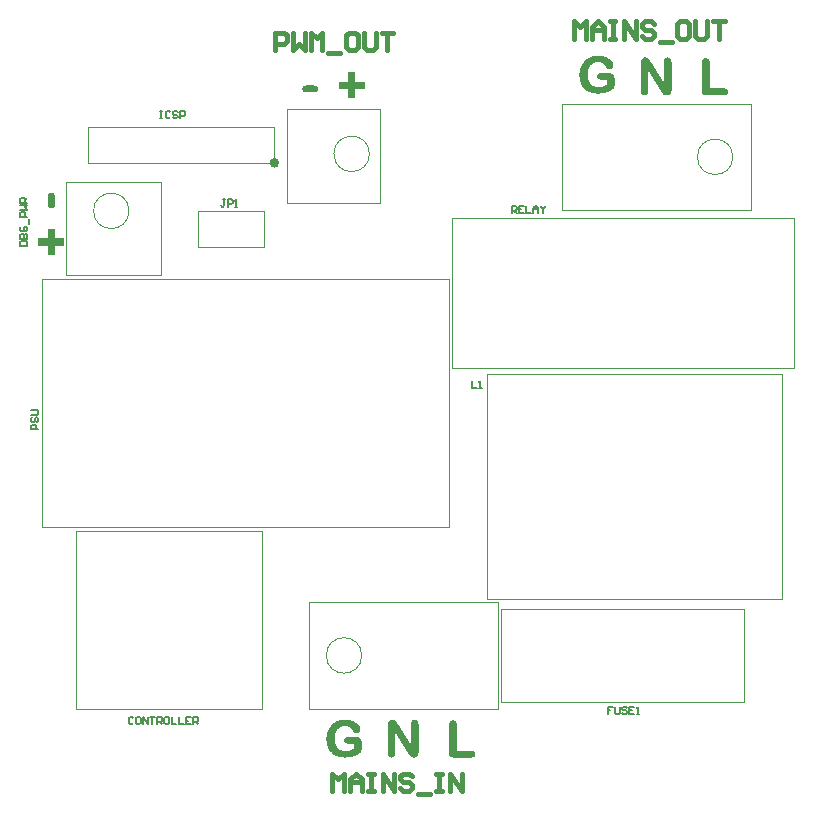
<source format=gbr>
%TF.GenerationSoftware,Altium Limited,Altium Designer,20.1.8 (145)*%
G04 Layer_Color=16777215*
%FSLAX45Y45*%
%MOMM*%
%TF.SameCoordinates,2A241EDF-A570-403E-9AC0-7F4DA974E4D7*%
%TF.FilePolarity,Positive*%
%TF.FileFunction,Legend,Top*%
%TF.Part,Single*%
G01*
G75*
%TA.AperFunction,NonConductor*%
%ADD38C,0.10160*%
%ADD39C,0.12700*%
%ADD59C,0.40000*%
G36*
X760672Y4950085D02*
X839809D01*
Y4888071D01*
X760672D01*
Y4808471D01*
X698196D01*
Y4888071D01*
X619059D01*
Y4950085D01*
X698196D01*
Y5029684D01*
X760672D01*
Y4950085D01*
D02*
G37*
G36*
X734525Y5335950D02*
X738690Y5335025D01*
X742392Y5333637D01*
X745169Y5331785D01*
X747483Y5330397D01*
X749334Y5329009D01*
X750259Y5328083D01*
X750722Y5327620D01*
X753499Y5323918D01*
X755350Y5319753D01*
X756738Y5315588D01*
X757664Y5311423D01*
X758127Y5307720D01*
X758590Y5304944D01*
Y5236914D01*
X758127Y5230898D01*
X757201Y5225344D01*
X756276Y5220716D01*
X754424Y5217014D01*
X753036Y5214237D01*
X752111Y5212386D01*
X751185Y5210998D01*
X750722Y5210535D01*
X747483Y5207758D01*
X743780Y5205444D01*
X740541Y5204056D01*
X737301Y5202668D01*
X734062Y5202205D01*
X731748Y5201742D01*
X730359D01*
X729897D01*
X725269Y5202205D01*
X721104Y5203130D01*
X717401Y5204519D01*
X714162Y5206370D01*
X711848Y5208221D01*
X709997Y5209609D01*
X709071Y5210535D01*
X708608Y5210998D01*
X705832Y5214700D01*
X703981Y5218865D01*
X702129Y5223030D01*
X701204Y5227195D01*
X700741Y5230898D01*
X700278Y5234137D01*
Y5302167D01*
X700741Y5308183D01*
X701667Y5313274D01*
X703055Y5317902D01*
X704443Y5321604D01*
X705832Y5324381D01*
X707220Y5326232D01*
X708146Y5327620D01*
X708608Y5328083D01*
X711848Y5330860D01*
X715550Y5332711D01*
X718790Y5334562D01*
X722492Y5335488D01*
X725269Y5335950D01*
X727583Y5336413D01*
X729434D01*
X729897D01*
X734525Y5335950D01*
D02*
G37*
G36*
X2959180Y6242748D02*
X2962882Y6242286D01*
X2967047Y6241360D01*
X2971212Y6239509D01*
X2975378Y6237658D01*
X2979080Y6234881D01*
X2979543Y6234418D01*
X2980468Y6233493D01*
X2981857Y6231642D01*
X2983708Y6229328D01*
X2985559Y6226088D01*
X2986947Y6222386D01*
X2987873Y6218221D01*
X2988336Y6213593D01*
Y6213130D01*
Y6211742D01*
X2987873Y6209428D01*
X2987410Y6206188D01*
X2986022Y6202949D01*
X2984633Y6199709D01*
X2982319Y6196007D01*
X2979543Y6192767D01*
X2979080Y6192305D01*
X2977692Y6191379D01*
X2975840Y6190453D01*
X2973064Y6189065D01*
X2969361Y6187214D01*
X2964733Y6186288D01*
X2959180Y6185363D01*
X2953164Y6184900D01*
X2885134D01*
X2882357Y6185363D01*
X2878655Y6185826D01*
X2874490Y6186751D01*
X2870325Y6188140D01*
X2866160Y6189991D01*
X2862457Y6192767D01*
X2861995Y6193230D01*
X2861069Y6194156D01*
X2859681Y6196007D01*
X2858292Y6198321D01*
X2856441Y6201098D01*
X2855053Y6204800D01*
X2854127Y6208965D01*
X2853664Y6213593D01*
Y6214056D01*
Y6215907D01*
X2854127Y6218221D01*
X2854590Y6220997D01*
X2855515Y6224700D01*
X2857367Y6227939D01*
X2859218Y6231642D01*
X2861995Y6234881D01*
X2862457Y6235344D01*
X2863846Y6236269D01*
X2865697Y6237658D01*
X2868474Y6239046D01*
X2872176Y6240435D01*
X2876804Y6241823D01*
X2881894Y6242748D01*
X2887911Y6243211D01*
X2955940D01*
X2959180Y6242748D01*
D02*
G37*
G36*
X3302007Y6275713D02*
X3381606D01*
Y6213237D01*
X3302007D01*
Y6134100D01*
X3239993D01*
Y6213237D01*
X3160394D01*
Y6275713D01*
X3239993D01*
Y6354850D01*
X3302007D01*
Y6275713D01*
D02*
G37*
G36*
X3226989Y874131D02*
X3230229D01*
X3238096Y873668D01*
X3246426Y872280D01*
X3255682Y870891D01*
X3265401Y868577D01*
X3274656Y865801D01*
X3275119D01*
X3275582Y865338D01*
X3276970Y864875D01*
X3278821Y864412D01*
X3283449Y862561D01*
X3289003Y860247D01*
X3295019Y857008D01*
X3301961Y853305D01*
X3308440Y849140D01*
X3314456Y844512D01*
X3315382Y844050D01*
X3317233Y842198D01*
X3320010Y839422D01*
X3323249Y836182D01*
X3326951Y832017D01*
X3330654Y827389D01*
X3334356Y822299D01*
X3337596Y816745D01*
X3338058Y816282D01*
X3338984Y814431D01*
X3339910Y811654D01*
X3341761Y807952D01*
X3343149Y804250D01*
X3344075Y799622D01*
X3345000Y795457D01*
X3345463Y790829D01*
Y790366D01*
Y788515D01*
X3345000Y786201D01*
X3344075Y782962D01*
X3343149Y779259D01*
X3341298Y775557D01*
X3338984Y771392D01*
X3335744Y767690D01*
X3335282Y767227D01*
X3333893Y766301D01*
X3332042Y764913D01*
X3329265Y763062D01*
X3325563Y761211D01*
X3321861Y759822D01*
X3317233Y758897D01*
X3312142Y758434D01*
X3309365D01*
X3307514Y758897D01*
X3302424Y759822D01*
X3297333Y762136D01*
X3296870D01*
X3296407Y763062D01*
X3293168Y764913D01*
X3289466Y768152D01*
X3285763Y772317D01*
X3285301Y773243D01*
X3283912Y775094D01*
X3282061Y778334D01*
X3279284Y782036D01*
X3273268Y790829D01*
X3270029Y794531D01*
X3266789Y798234D01*
X3266326Y798696D01*
X3265401Y799622D01*
X3264012Y801473D01*
X3261698Y803324D01*
X3258922Y805638D01*
X3255219Y808415D01*
X3251517Y810729D01*
X3246889Y813043D01*
X3246426Y813506D01*
X3244575Y813968D01*
X3241798Y814894D01*
X3238096Y816282D01*
X3233468Y817208D01*
X3228378Y818133D01*
X3221899Y818596D01*
X3214957Y819059D01*
X3211717D01*
X3207552Y818596D01*
X3202924Y818133D01*
X3197371Y817208D01*
X3191355Y816282D01*
X3184876Y814431D01*
X3178859Y812117D01*
X3178396Y811654D01*
X3176083Y810729D01*
X3173306Y809341D01*
X3169604Y807027D01*
X3165438Y804250D01*
X3160811Y800548D01*
X3156183Y796382D01*
X3151555Y791755D01*
X3151092Y791292D01*
X3149704Y789441D01*
X3147852Y786664D01*
X3145076Y782962D01*
X3142299Y777871D01*
X3139522Y772317D01*
X3136746Y765838D01*
X3134432Y758897D01*
X3133969Y757971D01*
X3133506Y755657D01*
X3132580Y751492D01*
X3131655Y746401D01*
X3130267Y739922D01*
X3129341Y732518D01*
X3128878Y724188D01*
X3128415Y715395D01*
Y714932D01*
Y713081D01*
Y710304D01*
X3128878Y706602D01*
X3129341Y702436D01*
X3129804Y697346D01*
X3130267Y691792D01*
X3131192Y685776D01*
X3133969Y672818D01*
X3138134Y659860D01*
X3140911Y653381D01*
X3144150Y646902D01*
X3147390Y641348D01*
X3151555Y635795D01*
X3152018Y635332D01*
X3152480Y634869D01*
X3153869Y633481D01*
X3155720Y631630D01*
X3158034Y629779D01*
X3161273Y627465D01*
X3164513Y624688D01*
X3168215Y622374D01*
X3172843Y620060D01*
X3177471Y617284D01*
X3183024Y614970D01*
X3188578Y613118D01*
X3195057Y611267D01*
X3201536Y610342D01*
X3208940Y609416D01*
X3216345Y608953D01*
X3220047D01*
X3223750Y609416D01*
X3228840D01*
X3234857Y610342D01*
X3241336Y611267D01*
X3248277Y612193D01*
X3255219Y614044D01*
X3256145Y614507D01*
X3258459Y614970D01*
X3261698Y616358D01*
X3266326Y617746D01*
X3271880Y620060D01*
X3277896Y622374D01*
X3290391Y628390D01*
Y670967D01*
X3243650D01*
X3240410Y671430D01*
X3236245Y671892D01*
X3231617Y672355D01*
X3226989Y673744D01*
X3222361Y675132D01*
X3218196Y676983D01*
X3217733Y677446D01*
X3216808Y678372D01*
X3214957Y679760D01*
X3213106Y682074D01*
X3211254Y684851D01*
X3209403Y688553D01*
X3208478Y692718D01*
X3208015Y697809D01*
Y698271D01*
Y699660D01*
X3208478Y701974D01*
X3208940Y704750D01*
X3209866Y707990D01*
X3211717Y711229D01*
X3213568Y714469D01*
X3216345Y717708D01*
X3216808Y718171D01*
X3217733Y719097D01*
X3220047Y720022D01*
X3222361Y721874D01*
X3226064Y723262D01*
X3229766Y724188D01*
X3234394Y725113D01*
X3239485Y725576D01*
X3313531D01*
X3316770Y725113D01*
X3320472D01*
X3324175Y724650D01*
X3332042Y722799D01*
X3332505D01*
X3333893Y722336D01*
X3335744Y721411D01*
X3338058Y720485D01*
X3340372Y718634D01*
X3343612Y716783D01*
X3345926Y714006D01*
X3348702Y710767D01*
X3349165Y710304D01*
X3349628Y708916D01*
X3350554Y707064D01*
X3351942Y704288D01*
X3353330Y700585D01*
X3354256Y695957D01*
X3354719Y690867D01*
X3355182Y684851D01*
Y627002D01*
Y626539D01*
Y625151D01*
Y622837D01*
X3354719Y620060D01*
X3354256Y613581D01*
X3352405Y607102D01*
Y606639D01*
X3351942Y605714D01*
X3351016Y604325D01*
X3350091Y602474D01*
X3347314Y598309D01*
X3343149Y593219D01*
X3342686Y592756D01*
X3342223Y592293D01*
X3340372Y590905D01*
X3338521Y589516D01*
X3336207Y587665D01*
X3333430Y585814D01*
X3326489Y581649D01*
X3326026D01*
X3325100Y581186D01*
X3323712Y580260D01*
X3321861Y579335D01*
X3319084Y577947D01*
X3316307Y576558D01*
X3309365Y573319D01*
X3301035Y569616D01*
X3291780Y566377D01*
X3282061Y562675D01*
X3272342Y559898D01*
X3271880D01*
X3270954Y559435D01*
X3269566D01*
X3267715Y558972D01*
X3265401Y558509D01*
X3262624Y557584D01*
X3255682Y556658D01*
X3247352Y555270D01*
X3237633Y553882D01*
X3226989Y553419D01*
X3215882Y552956D01*
X3209866D01*
X3206627Y553419D01*
X3202924D01*
X3198759Y553882D01*
X3194594Y554344D01*
X3184413Y555733D01*
X3173306Y557584D01*
X3161736Y559898D01*
X3150629Y563600D01*
X3150166D01*
X3149241Y564063D01*
X3147852Y564988D01*
X3145539Y565451D01*
X3143225Y566840D01*
X3140448Y568228D01*
X3133506Y571930D01*
X3125639Y576095D01*
X3117308Y581649D01*
X3108978Y588128D01*
X3100648Y595532D01*
Y595995D01*
X3099723Y596458D01*
X3097409Y599235D01*
X3093706Y603863D01*
X3089078Y609879D01*
X3083525Y617284D01*
X3078434Y626076D01*
X3073344Y636258D01*
X3068716Y646902D01*
Y647365D01*
X3068253Y648290D01*
X3067790Y650141D01*
X3066865Y651993D01*
X3065939Y655232D01*
X3065013Y658472D01*
X3064088Y662174D01*
X3063162Y666339D01*
X3061311Y676520D01*
X3059460Y687627D01*
X3058072Y700123D01*
X3057609Y713543D01*
Y714006D01*
Y715395D01*
Y717246D01*
Y719560D01*
X3058072Y722799D01*
Y726501D01*
X3058534Y730667D01*
X3058997Y735294D01*
X3060386Y745476D01*
X3062237Y756583D01*
X3064551Y768152D01*
X3068253Y779722D01*
Y780185D01*
X3068716Y781110D01*
X3069179Y782499D01*
X3070104Y784813D01*
X3071492Y787127D01*
X3072881Y790366D01*
X3076120Y797308D01*
X3080748Y805175D01*
X3085839Y813968D01*
X3092318Y822299D01*
X3099723Y830629D01*
X3100185Y831092D01*
X3100648Y831554D01*
X3103425Y834331D01*
X3108053Y838033D01*
X3114069Y842661D01*
X3121474Y847752D01*
X3130267Y853305D01*
X3140448Y858396D01*
X3151092Y863024D01*
X3151555D01*
X3152480Y863487D01*
X3154332Y863950D01*
X3156183Y864875D01*
X3159422Y865801D01*
X3162662Y866726D01*
X3166364Y867652D01*
X3170992Y869040D01*
X3180710Y870891D01*
X3192280Y872742D01*
X3205238Y874131D01*
X3219122Y874594D01*
X3224213D01*
X3226989Y874131D01*
D02*
G37*
G36*
X3809366D02*
X3813068Y873205D01*
X3816770Y872280D01*
X3820935Y870429D01*
X3824638Y867652D01*
X3828340Y864412D01*
X3828803Y863950D01*
X3829728Y862561D01*
X3831117Y860247D01*
X3832968Y857008D01*
X3834819Y852843D01*
X3836207Y847752D01*
X3837133Y842198D01*
X3837596Y835257D01*
Y596921D01*
Y596458D01*
Y595070D01*
X3837133Y592756D01*
Y589979D01*
X3836670Y586739D01*
X3835744Y583037D01*
X3832968Y575170D01*
X3830654Y571005D01*
X3828340Y566840D01*
X3825100Y563137D01*
X3821398Y559898D01*
X3817233Y557121D01*
X3812142Y554807D01*
X3806126Y553419D01*
X3799647Y552956D01*
X3796407D01*
X3794094Y553419D01*
X3788540Y554344D01*
X3782987Y555733D01*
X3782524D01*
X3781598Y556195D01*
X3780673Y556658D01*
X3778821Y557584D01*
X3774194Y559898D01*
X3769566Y563600D01*
X3769103Y564063D01*
X3768640Y564526D01*
X3765863Y567302D01*
X3762161Y571005D01*
X3758459Y575633D01*
Y576095D01*
X3757533Y576558D01*
X3757070Y577947D01*
X3755682Y579798D01*
X3752443Y584426D01*
X3748740Y589979D01*
X3641373Y765838D01*
Y592293D01*
Y591367D01*
Y589053D01*
X3640911Y585814D01*
X3639985Y581649D01*
X3639060Y577021D01*
X3637208Y571930D01*
X3634894Y567302D01*
X3631655Y563137D01*
X3631192Y562675D01*
X3629804Y561749D01*
X3627953Y559898D01*
X3625176Y558047D01*
X3621936Y556195D01*
X3617771Y554344D01*
X3613143Y553419D01*
X3608053Y552956D01*
X3605739D01*
X3602962Y553419D01*
X3599260Y554344D01*
X3595557Y555270D01*
X3591392Y557121D01*
X3587690Y559898D01*
X3583988Y563137D01*
X3583525Y563600D01*
X3582599Y564988D01*
X3581211Y567302D01*
X3579823Y570542D01*
X3577972Y574707D01*
X3576583Y579335D01*
X3575658Y585351D01*
X3575195Y591830D01*
Y825538D01*
Y826464D01*
Y828315D01*
Y831092D01*
X3575658Y834331D01*
X3576583Y842198D01*
X3577509Y846364D01*
X3578434Y849603D01*
X3578897Y850066D01*
X3579360Y851454D01*
X3580285Y853768D01*
X3582137Y856082D01*
X3583988Y859322D01*
X3586764Y862098D01*
X3589541Y864875D01*
X3593244Y867652D01*
X3593706Y868115D01*
X3595095Y868577D01*
X3596946Y869966D01*
X3599723Y871354D01*
X3602962Y872280D01*
X3606664Y873668D01*
X3610829Y874131D01*
X3614995Y874594D01*
X3618234D01*
X3620548Y874131D01*
X3625639Y873205D01*
X3630729Y871354D01*
X3631192D01*
X3632118Y870891D01*
X3634894Y869040D01*
X3638597Y866263D01*
X3642762Y863024D01*
X3643225D01*
X3643687Y862098D01*
X3646001Y859784D01*
X3649241Y855619D01*
X3652480Y850529D01*
Y850066D01*
X3653406Y849140D01*
X3654332Y847752D01*
X3655720Y845901D01*
X3658959Y840810D01*
X3662662Y834794D01*
X3772342Y659397D01*
Y835257D01*
Y836182D01*
Y838496D01*
X3772805Y841736D01*
X3773268Y845901D01*
X3774194Y850529D01*
X3776045Y855619D01*
X3777896Y860247D01*
X3780673Y864412D01*
X3781135Y864875D01*
X3782524Y865801D01*
X3784375Y867652D01*
X3787152Y869503D01*
X3790391Y871354D01*
X3794556Y873205D01*
X3799184Y874131D01*
X3804275Y874594D01*
X3806589D01*
X3809366Y874131D01*
D02*
G37*
G36*
X4133737Y869040D02*
X4137440Y868115D01*
X4141142Y866726D01*
X4145770Y864875D01*
X4149935Y862561D01*
X4153637Y858859D01*
X4154100Y858396D01*
X4155026Y857008D01*
X4156877Y854231D01*
X4158728Y850991D01*
X4160579Y846826D01*
X4162430Y841273D01*
X4163356Y835257D01*
X4163819Y827852D01*
Y611730D01*
X4285995D01*
X4289234Y611267D01*
X4292937Y610804D01*
X4297102Y609416D01*
X4301730Y608028D01*
X4305895Y605714D01*
X4309597Y602937D01*
X4310060Y602474D01*
X4310985Y601549D01*
X4312374Y599698D01*
X4314225Y597384D01*
X4316076Y594144D01*
X4317464Y590442D01*
X4318390Y586739D01*
X4318853Y582112D01*
Y581649D01*
Y579798D01*
X4318390Y577484D01*
X4317927Y574707D01*
X4316539Y571005D01*
X4315150Y567765D01*
X4312836Y564063D01*
X4309597Y560823D01*
X4309134Y560361D01*
X4307746Y559435D01*
X4305895Y558509D01*
X4302655Y557121D01*
X4298953Y555270D01*
X4294788Y554344D01*
X4289234Y553419D01*
X4283218Y552956D01*
X4131424D01*
X4127721Y553419D01*
X4123093Y554344D01*
X4118003Y555270D01*
X4112912Y557121D01*
X4107821Y559435D01*
X4103656Y562675D01*
X4103193Y563137D01*
X4102268Y564526D01*
X4100417Y566840D01*
X4099028Y570542D01*
X4097177Y575170D01*
X4095326Y580260D01*
X4094400Y587202D01*
X4093938Y594607D01*
Y827852D01*
Y828315D01*
Y828778D01*
Y831092D01*
X4094400Y834794D01*
X4095326Y839422D01*
X4096252Y844512D01*
X4097640Y849603D01*
X4099954Y854694D01*
X4103193Y858859D01*
X4103656Y859322D01*
X4105045Y860710D01*
X4106896Y862098D01*
X4110135Y864412D01*
X4113375Y866263D01*
X4118003Y867652D01*
X4122631Y869040D01*
X4128184Y869503D01*
X4130961D01*
X4133737Y869040D01*
D02*
G37*
G36*
X6275585Y6475584D02*
X6279287Y6474659D01*
X6282989Y6473270D01*
X6287617Y6471419D01*
X6291782Y6469105D01*
X6295485Y6465403D01*
X6295948Y6464940D01*
X6296873Y6463552D01*
X6298724Y6460775D01*
X6300575Y6457535D01*
X6302427Y6453370D01*
X6304278Y6447817D01*
X6305203Y6441801D01*
X6305666Y6434396D01*
Y6218274D01*
X6427842D01*
X6431082Y6217811D01*
X6434784Y6217348D01*
X6438949Y6215960D01*
X6443577Y6214572D01*
X6447742Y6212258D01*
X6451444Y6209481D01*
X6451907Y6209018D01*
X6452833Y6208093D01*
X6454221Y6206242D01*
X6456072Y6203928D01*
X6457923Y6200688D01*
X6459312Y6196986D01*
X6460237Y6193284D01*
X6460700Y6188656D01*
Y6188193D01*
Y6186342D01*
X6460237Y6184028D01*
X6459774Y6181251D01*
X6458386Y6177549D01*
X6456998Y6174309D01*
X6454684Y6170607D01*
X6451444Y6167367D01*
X6450982Y6166905D01*
X6449593Y6165979D01*
X6447742Y6165053D01*
X6444502Y6163665D01*
X6440800Y6161814D01*
X6436635Y6160888D01*
X6431082Y6159963D01*
X6425065Y6159500D01*
X6273271D01*
X6269569Y6159963D01*
X6264941Y6160888D01*
X6259850Y6161814D01*
X6254759Y6163665D01*
X6249669Y6165979D01*
X6245504Y6169219D01*
X6245041Y6169681D01*
X6244115Y6171070D01*
X6242264Y6173384D01*
X6240876Y6177086D01*
X6239025Y6181714D01*
X6237173Y6186804D01*
X6236248Y6193746D01*
X6235785Y6201151D01*
Y6434396D01*
Y6434859D01*
Y6435322D01*
Y6437636D01*
X6236248Y6441338D01*
X6237173Y6445966D01*
X6238099Y6451056D01*
X6239487Y6456147D01*
X6241801Y6461238D01*
X6245041Y6465403D01*
X6245504Y6465866D01*
X6246892Y6467254D01*
X6248743Y6468642D01*
X6251983Y6470956D01*
X6255222Y6472807D01*
X6259850Y6474196D01*
X6264478Y6475584D01*
X6270031Y6476047D01*
X6272808D01*
X6275585Y6475584D01*
D02*
G37*
G36*
X5951213Y6480675D02*
X5954915Y6479749D01*
X5958617Y6478824D01*
X5962783Y6476973D01*
X5966485Y6474196D01*
X5970187Y6470956D01*
X5970650Y6470494D01*
X5971576Y6469105D01*
X5972964Y6466791D01*
X5974815Y6463552D01*
X5976666Y6459387D01*
X5978055Y6454296D01*
X5978980Y6448743D01*
X5979443Y6441801D01*
Y6203465D01*
Y6203002D01*
Y6201614D01*
X5978980Y6199300D01*
Y6196523D01*
X5978517Y6193284D01*
X5977592Y6189581D01*
X5974815Y6181714D01*
X5972501Y6177549D01*
X5970187Y6173384D01*
X5966948Y6169681D01*
X5963245Y6166442D01*
X5959080Y6163665D01*
X5953990Y6161351D01*
X5947973Y6159963D01*
X5941494Y6159500D01*
X5938255D01*
X5935941Y6159963D01*
X5930387Y6160888D01*
X5924834Y6162277D01*
X5924371D01*
X5923446Y6162740D01*
X5922520Y6163202D01*
X5920669Y6164128D01*
X5916041Y6166442D01*
X5911413Y6170144D01*
X5910950Y6170607D01*
X5910488Y6171070D01*
X5907711Y6173846D01*
X5904009Y6177549D01*
X5900306Y6182177D01*
Y6182639D01*
X5899381Y6183102D01*
X5898918Y6184491D01*
X5897529Y6186342D01*
X5894290Y6190970D01*
X5890588Y6196523D01*
X5783221Y6372382D01*
Y6198837D01*
Y6197911D01*
Y6195597D01*
X5782758Y6192358D01*
X5781832Y6188193D01*
X5780907Y6183565D01*
X5779056Y6178474D01*
X5776742Y6173846D01*
X5773502Y6169681D01*
X5773040Y6169219D01*
X5771651Y6168293D01*
X5769800Y6166442D01*
X5767023Y6164591D01*
X5763784Y6162740D01*
X5759619Y6160888D01*
X5754991Y6159963D01*
X5749900Y6159500D01*
X5747586D01*
X5744809Y6159963D01*
X5741107Y6160888D01*
X5737405Y6161814D01*
X5733240Y6163665D01*
X5729537Y6166442D01*
X5725835Y6169681D01*
X5725372Y6170144D01*
X5724447Y6171532D01*
X5723058Y6173846D01*
X5721670Y6177086D01*
X5719819Y6181251D01*
X5718431Y6185879D01*
X5717505Y6191895D01*
X5717042Y6198374D01*
Y6432082D01*
Y6433008D01*
Y6434859D01*
Y6437636D01*
X5717505Y6440875D01*
X5718431Y6448743D01*
X5719356Y6452908D01*
X5720282Y6456147D01*
X5720744Y6456610D01*
X5721207Y6457998D01*
X5722133Y6460312D01*
X5723984Y6462626D01*
X5725835Y6465866D01*
X5728612Y6468642D01*
X5731389Y6471419D01*
X5735091Y6474196D01*
X5735554Y6474659D01*
X5736942Y6475121D01*
X5738793Y6476510D01*
X5741570Y6477898D01*
X5744809Y6478824D01*
X5748512Y6480212D01*
X5752677Y6480675D01*
X5756842Y6481138D01*
X5760081D01*
X5762395Y6480675D01*
X5767486Y6479749D01*
X5772577Y6477898D01*
X5773040D01*
X5773965Y6477435D01*
X5776742Y6475584D01*
X5780444Y6472807D01*
X5784609Y6469568D01*
X5785072D01*
X5785535Y6468642D01*
X5787849Y6466328D01*
X5791088Y6462163D01*
X5794328Y6457073D01*
Y6456610D01*
X5795253Y6455684D01*
X5796179Y6454296D01*
X5797567Y6452445D01*
X5800807Y6447354D01*
X5804509Y6441338D01*
X5914190Y6265941D01*
Y6441801D01*
Y6442726D01*
Y6445040D01*
X5914653Y6448280D01*
X5915115Y6452445D01*
X5916041Y6457073D01*
X5917892Y6462163D01*
X5919743Y6466791D01*
X5922520Y6470956D01*
X5922983Y6471419D01*
X5924371Y6472345D01*
X5926222Y6474196D01*
X5928999Y6476047D01*
X5932239Y6477898D01*
X5936404Y6479749D01*
X5941032Y6480675D01*
X5946122Y6481138D01*
X5948436D01*
X5951213Y6480675D01*
D02*
G37*
G36*
X5368837Y6495675D02*
X5372076D01*
X5379944Y6495212D01*
X5388274Y6493824D01*
X5397529Y6492435D01*
X5407248Y6490121D01*
X5416504Y6487345D01*
X5416967D01*
X5417429Y6486882D01*
X5418818Y6486419D01*
X5420669Y6485956D01*
X5425297Y6484105D01*
X5430850Y6481791D01*
X5436866Y6478552D01*
X5443808Y6474849D01*
X5450287Y6470684D01*
X5456304Y6466056D01*
X5457229Y6465594D01*
X5459080Y6463742D01*
X5461857Y6460966D01*
X5465097Y6457726D01*
X5468799Y6453561D01*
X5472501Y6448933D01*
X5476203Y6443843D01*
X5479443Y6438289D01*
X5479906Y6437826D01*
X5480831Y6435975D01*
X5481757Y6433198D01*
X5483608Y6429496D01*
X5484996Y6425794D01*
X5485922Y6421166D01*
X5486848Y6417001D01*
X5487310Y6412373D01*
Y6411910D01*
Y6410059D01*
X5486848Y6407745D01*
X5485922Y6404506D01*
X5484996Y6400803D01*
X5483145Y6397101D01*
X5480831Y6392936D01*
X5477592Y6389234D01*
X5477129Y6388771D01*
X5475741Y6387845D01*
X5473889Y6386457D01*
X5471113Y6384606D01*
X5467410Y6382755D01*
X5463708Y6381366D01*
X5459080Y6380441D01*
X5453990Y6379978D01*
X5451213D01*
X5449362Y6380441D01*
X5444271Y6381366D01*
X5439180Y6383680D01*
X5438718D01*
X5438255Y6384606D01*
X5435015Y6386457D01*
X5431313Y6389696D01*
X5427611Y6393861D01*
X5427148Y6394787D01*
X5425760Y6396638D01*
X5423908Y6399878D01*
X5421132Y6403580D01*
X5415115Y6412373D01*
X5411876Y6416075D01*
X5408636Y6419778D01*
X5408174Y6420240D01*
X5407248Y6421166D01*
X5405860Y6423017D01*
X5403546Y6424868D01*
X5400769Y6427182D01*
X5397067Y6429959D01*
X5393364Y6432273D01*
X5388736Y6434587D01*
X5388274Y6435050D01*
X5386423Y6435512D01*
X5383646Y6436438D01*
X5379944Y6437826D01*
X5375316Y6438752D01*
X5370225Y6439677D01*
X5363746Y6440140D01*
X5356804Y6440603D01*
X5353565D01*
X5349400Y6440140D01*
X5344772Y6439677D01*
X5339218Y6438752D01*
X5333202Y6437826D01*
X5326723Y6435975D01*
X5320707Y6433661D01*
X5320244Y6433198D01*
X5317930Y6432273D01*
X5315153Y6430885D01*
X5311451Y6428571D01*
X5307286Y6425794D01*
X5302658Y6422092D01*
X5298030Y6417926D01*
X5293402Y6413299D01*
X5292939Y6412836D01*
X5291551Y6410985D01*
X5289700Y6408208D01*
X5286923Y6404506D01*
X5284146Y6399415D01*
X5281370Y6393861D01*
X5278593Y6387382D01*
X5276279Y6380441D01*
X5275816Y6379515D01*
X5275353Y6377201D01*
X5274428Y6373036D01*
X5273502Y6367945D01*
X5272114Y6361466D01*
X5271188Y6354062D01*
X5270726Y6345732D01*
X5270263Y6336939D01*
Y6336476D01*
Y6334625D01*
Y6331848D01*
X5270726Y6328146D01*
X5271188Y6323980D01*
X5271651Y6318890D01*
X5272114Y6313336D01*
X5273039Y6307320D01*
X5275816Y6294362D01*
X5279981Y6281404D01*
X5282758Y6274925D01*
X5285998Y6268446D01*
X5289237Y6262892D01*
X5293402Y6257339D01*
X5293865Y6256876D01*
X5294328Y6256413D01*
X5295716Y6255025D01*
X5297567Y6253174D01*
X5299881Y6251323D01*
X5303121Y6249009D01*
X5306360Y6246232D01*
X5310063Y6243918D01*
X5314690Y6241604D01*
X5319318Y6238828D01*
X5324872Y6236514D01*
X5330425Y6234662D01*
X5336904Y6232811D01*
X5343383Y6231886D01*
X5350788Y6230960D01*
X5358192Y6230497D01*
X5361895D01*
X5365597Y6230960D01*
X5370688D01*
X5376704Y6231886D01*
X5383183Y6232811D01*
X5390125Y6233737D01*
X5397067Y6235588D01*
X5397992Y6236051D01*
X5400306Y6236514D01*
X5403546Y6237902D01*
X5408174Y6239290D01*
X5413727Y6241604D01*
X5419743Y6243918D01*
X5432239Y6249934D01*
Y6292511D01*
X5385497D01*
X5382257Y6292974D01*
X5378092Y6293436D01*
X5373464Y6293899D01*
X5368837Y6295288D01*
X5364209Y6296676D01*
X5360044Y6298527D01*
X5359581Y6298990D01*
X5358655Y6299916D01*
X5356804Y6301304D01*
X5354953Y6303618D01*
X5353102Y6306395D01*
X5351251Y6310097D01*
X5350325Y6314262D01*
X5349862Y6319353D01*
Y6319815D01*
Y6321204D01*
X5350325Y6323518D01*
X5350788Y6326294D01*
X5351713Y6329534D01*
X5353565Y6332773D01*
X5355416Y6336013D01*
X5358192Y6339252D01*
X5358655Y6339715D01*
X5359581Y6340641D01*
X5361895Y6341566D01*
X5364209Y6343418D01*
X5367911Y6344806D01*
X5371613Y6345732D01*
X5376241Y6346657D01*
X5381332Y6347120D01*
X5455378D01*
X5458617Y6346657D01*
X5462320D01*
X5466022Y6346194D01*
X5473889Y6344343D01*
X5474352D01*
X5475741Y6343880D01*
X5477592Y6342955D01*
X5479906Y6342029D01*
X5482220Y6340178D01*
X5485459Y6338327D01*
X5487773Y6335550D01*
X5490550Y6332311D01*
X5491013Y6331848D01*
X5491475Y6330460D01*
X5492401Y6328608D01*
X5493789Y6325832D01*
X5495178Y6322129D01*
X5496103Y6317501D01*
X5496566Y6312411D01*
X5497029Y6306395D01*
Y6248546D01*
Y6248083D01*
Y6246695D01*
Y6244381D01*
X5496566Y6241604D01*
X5496103Y6235125D01*
X5494252Y6228646D01*
Y6228183D01*
X5493789Y6227258D01*
X5492864Y6225869D01*
X5491938Y6224018D01*
X5489161Y6219853D01*
X5484996Y6214763D01*
X5484534Y6214300D01*
X5484071Y6213837D01*
X5482220Y6212449D01*
X5480369Y6211060D01*
X5478055Y6209209D01*
X5475278Y6207358D01*
X5468336Y6203193D01*
X5467873D01*
X5466948Y6202730D01*
X5465559Y6201804D01*
X5463708Y6200879D01*
X5460931Y6199491D01*
X5458155Y6198102D01*
X5451213Y6194863D01*
X5442883Y6191160D01*
X5433627Y6187921D01*
X5423908Y6184219D01*
X5414190Y6181442D01*
X5413727D01*
X5412801Y6180979D01*
X5411413D01*
X5409562Y6180516D01*
X5407248Y6180053D01*
X5404471Y6179128D01*
X5397529Y6178202D01*
X5389199Y6176814D01*
X5379481Y6175426D01*
X5368837Y6174963D01*
X5357730Y6174500D01*
X5351713D01*
X5348474Y6174963D01*
X5344772D01*
X5340607Y6175426D01*
X5336441Y6175888D01*
X5326260Y6177277D01*
X5315153Y6179128D01*
X5303583Y6181442D01*
X5292477Y6185144D01*
X5292014D01*
X5291088Y6185607D01*
X5289700Y6186532D01*
X5287386Y6186995D01*
X5285072Y6188384D01*
X5282295Y6189772D01*
X5275353Y6193474D01*
X5267486Y6197639D01*
X5259156Y6203193D01*
X5250826Y6209672D01*
X5242495Y6217076D01*
Y6217539D01*
X5241570Y6218002D01*
X5239256Y6220779D01*
X5235554Y6225407D01*
X5230926Y6231423D01*
X5225372Y6238828D01*
X5220282Y6247620D01*
X5215191Y6257802D01*
X5210563Y6268446D01*
Y6268909D01*
X5210100Y6269834D01*
X5209638Y6271685D01*
X5208712Y6273537D01*
X5207786Y6276776D01*
X5206861Y6280016D01*
X5205935Y6283718D01*
X5205010Y6287883D01*
X5203159Y6298064D01*
X5201307Y6309171D01*
X5199919Y6321667D01*
X5199456Y6335087D01*
Y6335550D01*
Y6336939D01*
Y6338790D01*
Y6341104D01*
X5199919Y6344343D01*
Y6348045D01*
X5200382Y6352211D01*
X5200845Y6356838D01*
X5202233Y6367020D01*
X5204084Y6378127D01*
X5206398Y6389696D01*
X5210100Y6401266D01*
Y6401729D01*
X5210563Y6402654D01*
X5211026Y6404043D01*
X5211951Y6406357D01*
X5213340Y6408671D01*
X5214728Y6411910D01*
X5217968Y6418852D01*
X5222596Y6426719D01*
X5227686Y6435512D01*
X5234165Y6443843D01*
X5241570Y6452173D01*
X5242033Y6452636D01*
X5242495Y6453098D01*
X5245272Y6455875D01*
X5249900Y6459577D01*
X5255916Y6464205D01*
X5263321Y6469296D01*
X5272114Y6474849D01*
X5282295Y6479940D01*
X5292939Y6484568D01*
X5293402D01*
X5294328Y6485031D01*
X5296179Y6485494D01*
X5298030Y6486419D01*
X5301270Y6487345D01*
X5304509Y6488270D01*
X5308211Y6489196D01*
X5312839Y6490584D01*
X5322558Y6492435D01*
X5334128Y6494286D01*
X5347086Y6495675D01*
X5360969Y6496138D01*
X5366060D01*
X5368837Y6495675D01*
D02*
G37*
D38*
X3421000Y5664200D02*
G03*
X3421000Y5664200I-150000J0D01*
G01*
X1385805Y5181600D02*
G03*
X1385805Y5181600I-150000J0D01*
G01*
X3356395Y1417576D02*
G03*
X3356395Y1417576I-150000J0D01*
G01*
X6498243Y5638800D02*
G03*
X6498243Y5638800I-150000J0D01*
G01*
X4415402Y3801193D02*
X6917302D01*
Y1896193D02*
Y3801193D01*
X4415402Y1896193D02*
X6917302D01*
X4415402D02*
Y3801193D01*
X2616200Y5588000D02*
Y5892800D01*
X1041400D02*
X2616200D01*
X1041400Y5588000D02*
X2616200D01*
X1041400D02*
Y5892800D01*
X1968500Y5181600D02*
X2527300D01*
Y4876800D02*
Y5181600D01*
X1968500Y4876800D02*
X2527300D01*
X1968500D02*
Y5181600D01*
X4098100Y2503460D02*
Y4603460D01*
X648100D02*
X4098100D01*
X648100Y2503460D02*
Y4603460D01*
Y2503460D02*
X4098100D01*
X3512300Y5245100D02*
Y6045200D01*
X2724900D02*
X3512300D01*
X2724900Y5245100D02*
Y6045200D01*
Y5245100D02*
X3512300D01*
X854806Y5422900D02*
X1654906D01*
X854806Y4635500D02*
Y5422900D01*
Y4635500D02*
X1654906D01*
Y5422900D01*
X4117103Y5123180D02*
X7020323D01*
Y3850640D02*
Y5123180D01*
X4117103Y3850640D02*
X7020323D01*
X4117103D02*
Y5123180D01*
X2906395Y1867576D02*
X4506395D01*
Y967576D02*
Y1867576D01*
X2906395Y967576D02*
X4506395D01*
X2906395D02*
Y1867576D01*
X5048243Y5188800D02*
X6648242D01*
X5048243D02*
Y6088800D01*
X6648242D01*
Y5188800D02*
Y6088800D01*
X6595002Y1023876D02*
Y1811276D01*
X4537602D02*
X6595002D01*
X4537602Y1023876D02*
Y1811276D01*
Y1023876D02*
X6595002D01*
X936886Y2474659D02*
X2511686D01*
X936886Y963359D02*
Y2474659D01*
X2511686Y963359D02*
Y2474659D01*
X936886Y963359D02*
X2511686D01*
D39*
X4290073Y3738870D02*
Y3677930D01*
X4330700D01*
X4351013D02*
X4371327D01*
X4361170D01*
Y3738870D01*
X4351013Y3728713D01*
X619750Y3331046D02*
X558810D01*
Y3361516D01*
X568966Y3371673D01*
X589280D01*
X599436Y3361516D01*
Y3331046D01*
X568966Y3432613D02*
X558810Y3422456D01*
Y3402143D01*
X568966Y3391986D01*
X579123D01*
X589280Y3402143D01*
Y3422456D01*
X599436Y3432613D01*
X609593D01*
X619750Y3422456D01*
Y3402143D01*
X609593Y3391986D01*
X558810Y3452927D02*
X609593D01*
X619750Y3463083D01*
Y3483397D01*
X609593Y3493553D01*
X558810D01*
X2202395Y5279206D02*
X2182082D01*
X2192239D01*
Y5228423D01*
X2182082Y5218266D01*
X2171925D01*
X2161769Y5228423D01*
X2222709Y5218266D02*
Y5279206D01*
X2253179D01*
X2263336Y5269050D01*
Y5248736D01*
X2253179Y5238580D01*
X2222709D01*
X2283649Y5218266D02*
X2303962D01*
X2293806D01*
Y5279206D01*
X2283649Y5269050D01*
X1645955Y6024870D02*
X1666268D01*
X1656111D01*
Y5963930D01*
X1645955D01*
X1666268D01*
X1737365Y6014713D02*
X1727208Y6024870D01*
X1706895D01*
X1696738Y6014713D01*
Y5974087D01*
X1706895Y5963930D01*
X1727208D01*
X1737365Y5974087D01*
X1798305Y6014713D02*
X1788149Y6024870D01*
X1767835D01*
X1757678Y6014713D01*
Y6004557D01*
X1767835Y5994400D01*
X1788149D01*
X1798305Y5984243D01*
Y5974087D01*
X1788149Y5963930D01*
X1767835D01*
X1757678Y5974087D01*
X1818619Y5963930D02*
Y6024870D01*
X1849089D01*
X1859245Y6014713D01*
Y5994400D01*
X1849089Y5984243D01*
X1818619D01*
X464451Y4885120D02*
X525391D01*
Y4915590D01*
X515235Y4925747D01*
X474608D01*
X464451Y4915590D01*
Y4885120D01*
Y4946060D02*
X525391D01*
Y4976531D01*
X515235Y4986687D01*
X505078D01*
X494921Y4976531D01*
Y4946060D01*
Y4976531D01*
X484765Y4986687D01*
X474608D01*
X464451Y4976531D01*
Y4946060D01*
X474608Y5047627D02*
X464451Y5037471D01*
Y5017157D01*
X474608Y5007001D01*
X515235D01*
X525391Y5017157D01*
Y5037471D01*
X515235Y5047627D01*
X494921D01*
Y5027314D01*
X535548Y5067941D02*
Y5108568D01*
X525391Y5128881D02*
X464451D01*
Y5159351D01*
X474608Y5169508D01*
X494921D01*
X505078Y5159351D01*
Y5128881D01*
X464451Y5189821D02*
X525391D01*
X505078Y5210135D01*
X525391Y5230448D01*
X464451D01*
X525391Y5250761D02*
X464451D01*
Y5281232D01*
X474608Y5291388D01*
X494921D01*
X505078Y5281232D01*
Y5250761D01*
Y5271075D02*
X525391Y5291388D01*
X4627351Y5164171D02*
Y5225111D01*
X4657822D01*
X4667978Y5214955D01*
Y5194641D01*
X4657822Y5184485D01*
X4627351D01*
X4647665D02*
X4667978Y5164171D01*
X4728918Y5225111D02*
X4688292D01*
Y5164171D01*
X4728918D01*
X4688292Y5194641D02*
X4708605D01*
X4749232Y5225111D02*
Y5164171D01*
X4789859D01*
X4810172D02*
Y5204798D01*
X4830485Y5225111D01*
X4850799Y5204798D01*
Y5164171D01*
Y5194641D01*
X4810172D01*
X4871112Y5225111D02*
Y5214955D01*
X4891426Y5194641D01*
X4911739Y5214955D01*
Y5225111D01*
X4891426Y5194641D02*
Y5164171D01*
X5481350Y982970D02*
X5440723D01*
Y952500D01*
X5461036D01*
X5440723D01*
Y922030D01*
X5501663Y982970D02*
Y932187D01*
X5511820Y922030D01*
X5532133D01*
X5542290Y932187D01*
Y982970D01*
X5603230Y972813D02*
X5593073Y982970D01*
X5572760D01*
X5562603Y972813D01*
Y962657D01*
X5572760Y952500D01*
X5593073D01*
X5603230Y942343D01*
Y932187D01*
X5593073Y922030D01*
X5572760D01*
X5562603Y932187D01*
X5664170Y982970D02*
X5623543D01*
Y922030D01*
X5664170D01*
X5623543Y952500D02*
X5643857D01*
X5684484Y922030D02*
X5704797D01*
X5694640D01*
Y982970D01*
X5684484Y972813D01*
X1422483Y883913D02*
X1412326Y894070D01*
X1392012D01*
X1381856Y883913D01*
Y843287D01*
X1392012Y833130D01*
X1412326D01*
X1422483Y843287D01*
X1473266Y894070D02*
X1452953D01*
X1442796Y883913D01*
Y843287D01*
X1452953Y833130D01*
X1473266D01*
X1483423Y843287D01*
Y883913D01*
X1473266Y894070D01*
X1503736Y833130D02*
Y894070D01*
X1544363Y833130D01*
Y894070D01*
X1564676D02*
X1605303D01*
X1584990D01*
Y833130D01*
X1625617D02*
Y894070D01*
X1656087D01*
X1666243Y883913D01*
Y863600D01*
X1656087Y853443D01*
X1625617D01*
X1645930D02*
X1666243Y833130D01*
X1717027Y894070D02*
X1696713D01*
X1686557Y883913D01*
Y843287D01*
X1696713Y833130D01*
X1717027D01*
X1727183Y843287D01*
Y883913D01*
X1717027Y894070D01*
X1747497D02*
Y833130D01*
X1788124D01*
X1808437Y894070D02*
Y833130D01*
X1849064D01*
X1910004Y894070D02*
X1869377D01*
Y833130D01*
X1910004D01*
X1869377Y863600D02*
X1889691D01*
X1930317Y833130D02*
Y894070D01*
X1960788D01*
X1970944Y883913D01*
Y863600D01*
X1960788Y853443D01*
X1930317D01*
X1950631D02*
X1970944Y833130D01*
D59*
X2636200Y5588000D02*
G03*
X2636200Y5588000I-20000J0D01*
G01*
X2624362Y6541520D02*
Y6691472D01*
X2699338D01*
X2724330Y6666480D01*
Y6616496D01*
X2699338Y6591504D01*
X2624362D01*
X2774313Y6691472D02*
Y6541520D01*
X2824297Y6591504D01*
X2874281Y6541520D01*
Y6691472D01*
X2924265Y6541520D02*
Y6691472D01*
X2974249Y6641488D01*
X3024232Y6691472D01*
Y6541520D01*
X3074216Y6516528D02*
X3174184D01*
X3299144Y6691472D02*
X3249160D01*
X3224168Y6666480D01*
Y6566512D01*
X3249160Y6541520D01*
X3299144D01*
X3324135Y6566512D01*
Y6666480D01*
X3299144Y6691472D01*
X3374119D02*
Y6566512D01*
X3399111Y6541520D01*
X3449095D01*
X3474087Y6566512D01*
Y6691472D01*
X3524071D02*
X3624038D01*
X3574055D01*
Y6541520D01*
X5154807Y6636894D02*
Y6786846D01*
X5204791Y6736862D01*
X5254774Y6786846D01*
Y6636894D01*
X5304758D02*
Y6736862D01*
X5354742Y6786846D01*
X5404726Y6736862D01*
Y6636894D01*
Y6711870D01*
X5304758D01*
X5454710Y6786846D02*
X5504694D01*
X5479702D01*
Y6636894D01*
X5454710D01*
X5504694D01*
X5579669D02*
Y6786846D01*
X5679637Y6636894D01*
Y6786846D01*
X5829588Y6761854D02*
X5804596Y6786846D01*
X5754613D01*
X5729621Y6761854D01*
Y6736862D01*
X5754613Y6711870D01*
X5804596D01*
X5829588Y6686878D01*
Y6661886D01*
X5804596Y6636894D01*
X5754613D01*
X5729621Y6661886D01*
X5879572Y6611902D02*
X5979540D01*
X6104499Y6786846D02*
X6054515D01*
X6029524Y6761854D01*
Y6661886D01*
X6054515Y6636894D01*
X6104499D01*
X6129491Y6661886D01*
Y6761854D01*
X6104499Y6786846D01*
X6179475D02*
Y6661886D01*
X6204467Y6636894D01*
X6254451D01*
X6279443Y6661886D01*
Y6786846D01*
X6329427D02*
X6429394D01*
X6379410D01*
Y6636894D01*
X3107778Y267720D02*
Y417672D01*
X3157762Y367688D01*
X3207746Y417672D01*
Y267720D01*
X3257730D02*
Y367688D01*
X3307713Y417672D01*
X3357697Y367688D01*
Y267720D01*
Y342696D01*
X3257730D01*
X3407681Y417672D02*
X3457665D01*
X3432673D01*
Y267720D01*
X3407681D01*
X3457665D01*
X3532641D02*
Y417672D01*
X3632608Y267720D01*
Y417672D01*
X3782560Y392680D02*
X3757568Y417672D01*
X3707584D01*
X3682592Y392680D01*
Y367688D01*
X3707584Y342696D01*
X3757568D01*
X3782560Y317704D01*
Y292712D01*
X3757568Y267720D01*
X3707584D01*
X3682592Y292712D01*
X3832544Y242728D02*
X3932511D01*
X3982495Y417672D02*
X4032479D01*
X4007487D01*
Y267720D01*
X3982495D01*
X4032479D01*
X4107455D02*
Y417672D01*
X4207422Y267720D01*
Y417672D01*
%TF.MD5,d877a843f02646a1b78f5e681f1de793*%
M02*

</source>
